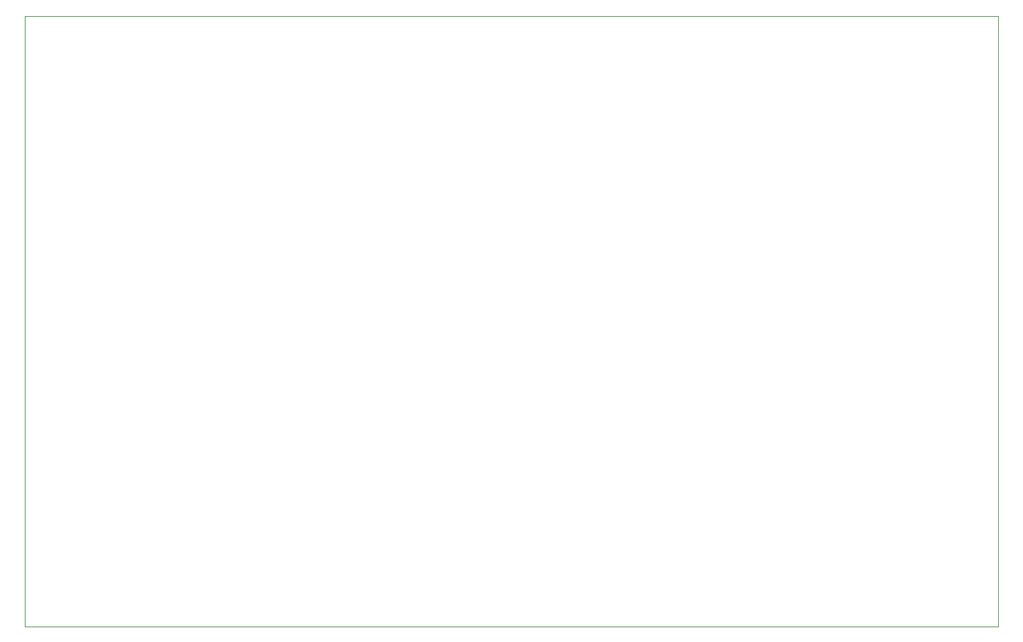
<source format=gbr>
%TF.GenerationSoftware,KiCad,Pcbnew,8.0.0*%
%TF.CreationDate,2024-03-02T15:21:29-05:00*%
%TF.ProjectId,Plano,506c616e-6f2e-46b6-9963-61645f706362,rev?*%
%TF.SameCoordinates,Original*%
%TF.FileFunction,Profile,NP*%
%FSLAX46Y46*%
G04 Gerber Fmt 4.6, Leading zero omitted, Abs format (unit mm)*
G04 Created by KiCad (PCBNEW 8.0.0) date 2024-03-02 15:21:29*
%MOMM*%
%LPD*%
G01*
G04 APERTURE LIST*
%TA.AperFunction,Profile*%
%ADD10C,0.100000*%
%TD*%
G04 APERTURE END LIST*
D10*
X96012000Y-62992000D02*
X218694000Y-62992000D01*
X218694000Y-139954000D01*
X96012000Y-139954000D01*
X96012000Y-62992000D01*
M02*

</source>
